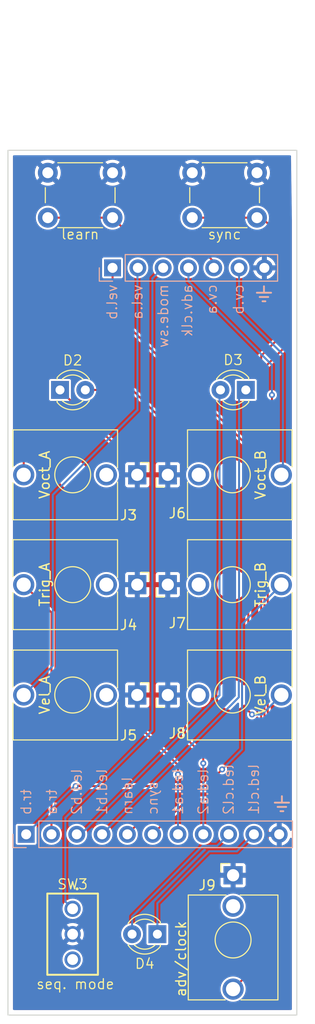
<source format=kicad_pcb>
(kicad_pcb (version 20240108) (generator "pcbnew") (generator_version "8.0")
  (layers (0 "F.Cu" signal) (31 "B.Cu" signal) (34 "B.Paste" user) (35 "F.Paste" user) (36 "B.SilkS" user "B.Silkscreen") (37 "F.SilkS" user "F.Silkscreen") (38 "B.Mask" user) (39 "F.Mask" user) (44 "Edge.Cuts" user))
  (net 0 "")
  (net 1 "GND")
  (net 2 "/IO Control PCB/led_a1_f")
  (net 3 "/IO Control PCB/led_a2_f")
  (net 4 "/IO Control PCB/led_b1_f")
  (net 5 "/IO Control PCB/led_b2_f")
  (net 6 "/IO Control PCB/led_cl2_f")
  (net 8 "/IO Control PCB/voct_a_f")
  (net 10 "/IO Control PCB/trig_a_f")
  (net 12 "/IO Control PCB/vel_a_f")
  (net 14 "/IO Control PCB/voct_b_f")
  (net 15 "/IO Control PCB/trig_b_f")
  (net 17 "/IO Control PCB/vel_b_f")
  (net 20 "/IO Control PCB/adv_clock_f")
  (net 21 "/IO Control PCB/led_cl1_f")
  (net 22 "/IO Control PCB/seq_mode_sw")
  (net 23 "/IO Control PCB/learn_sw_f")
  (net 24 "/IO Control PCB/sync_sw_f")
  (footprint "LED_THT:LED_D3.0mm_Clear" (layer "F.Cu") (at 75.705 74.7 180)
    (property "Reference" "D3" (at 1.270001 3 0) (layer "F.SilkS") (effects (font (thickness 0.125))))
    (property "Value" "LED_B")
    (fp_line (start -0.29 1.08) (end -0.29 1.236) (stroke (width 0.12)) (layer "F.SilkS"))
    (fp_line (start -0.29 -1.236) (end -0.29 -1.08) (stroke (width 0.12)) (layer "F.SilkS"))
    (fp_arc (start 2.942335 1.078608) (mid 1.366487 1.987659) (end -0.29 1.235516) (stroke (width 0.12)) (layer "F.SilkS"))
    (fp_arc (start 2.31113 1.079837) (mid 1.270117 1.5) (end 0.229039 1.08) (stroke (width 0.12)) (layer "F.SilkS"))
    (fp_arc (start 0.229039 -1.08) (mid 1.270117 -1.5) (end 2.31113 -1.079837) (stroke (width 0.12)) (layer "F.SilkS"))
    (fp_arc (start -0.29 -1.235516) (mid 1.366487 -1.987659) (end 2.942335 -1.078608) (stroke (width 0.12)) (layer "F.SilkS"))
    (pad "1" thru_hole rect (at 0 0 180) (size 1.8 1.8) (drill 0.9) (layers "*.Cu" "*.Mask") (net 4 "/IO Control PCB/led_b1_f"))
    (pad "2" thru_hole circle (at 2.54 0 180) (size 1.8 1.8) (drill 0.9) (layers "*.Cu" "*.Mask") (net 5 "/IO Control PCB/led_b2_f"))
  )
  (footprint "WeirdVibes:Thonkiconn" (layer "F.Cu") (at 67.875 83.2 90)
    (property "Reference" "J6" (at -3.85 0.955 180) (layer "F.SilkS"))
    (property "Value" "Voct_B" (at 0 9.3 90) (layer "F.SilkS"))
    (fp_line (start -1.23 -1.17) (end -0.37 -1.17) (stroke (width 0.12)) (layer "F.SilkS"))
    (fp_line (start -1.23 -1.17) (end -1.23 -0.37) (stroke (width 0.12)) (layer "F.SilkS"))
    (fp_line (start 4.5 1.98) (end 0.72 1.98) (stroke (width 0.12)) (layer "F.SilkS"))
    (fp_line (start 4.5 1.98) (end 4.5 12.48) (stroke (width 0.12)) (layer "F.SilkS"))
    (fp_line (start -0.72 1.98) (end -4.5 1.98) (stroke (width 0.12)) (layer "F.SilkS"))
    (fp_line (start -4.5 1.98) (end -4.5 12.48) (stroke (width 0.12)) (layer "F.SilkS"))
    (fp_line (start 4.5 12.48) (end 0.8 12.48) (stroke (width 0.12)) (layer "F.SilkS"))
    (fp_line (start -0.8 12.48) (end -4.5 12.48) (stroke (width 0.12)) (layer "F.SilkS"))
    (fp_circle (center 0 6.48) (end 1.8 6.48) (stroke (width 0.12)) (fill none) (layer "F.SilkS"))
    (pad "S" thru_hole rect (at 0 0 270) (size 1.93 1.83) (drill 1.22) (layers "*.Cu" "*.Mask") (net 1 "GND"))
    (pad "T" thru_hole circle (at 0 11.4 270) (size 2.13 2.13) (drill 1.43) (layers "*.Cu" "*.Mask") (net 14 "/IO Control PCB/voct_b_f"))
    (pad "TN" thru_hole circle (at 0 3.1 270) (size 2.13 2.13) (drill 1.42) (layers "*.Cu" "*.Mask"))
    (zone (net 0) (net_name "") (layer "F.Cu") (connect_pads (clearance 0)) (min_thickness 0.254)
      (keepout (tracks not_allowed) (vias not_allowed) (pads not_allowed) (copperpour not_allowed) (footprints not_allowed))
      (fill (thermal_gap 0.508) (thermal_bridge_width 0.508))
      (polygon (pts (xy 74.355 81.694859) (xy 74.109171 81.71507) (xy 73.869945 81.775159) (xy 73.643744 81.873514) (xy 73.436645 82.007492) (xy 73.25421 82.173496) (xy 73.101336 82.367068) (xy 72.982131 82.583008) (xy 72.899794 82.815518) (xy 72.856539 83.058354) (xy 72.853525 83.304993) (xy 72.890835 83.548813) (xy 72.967466 83.783266) (xy 73.08136 84.002054) (xy 73.229458 84.199303) (xy 73.407784 84.369714) (xy 73.611548 84.508712) (xy 73.835278 84.612564) (xy 74.072965 84.678481) (xy 74.318226 84.704692) (xy 74.564475 84.690493) (xy 74.805099 84.636266) (xy 75.033634 84.543468) (xy 75.243945 84.414589) (xy 75.430382 84.253092) (xy 75.587939 84.063313) (xy 75.712385 83.85035) (xy 75.800377 83.619921) (xy 75.849553 83.378215) (xy 75.858592 83.131722) (xy 75.82725 82.887064) (xy 75.75637 82.650809) (xy 75.647856 82.429303) (xy 75.504621 82.228495) (xy 75.330512 82.053777) (xy 75.130205 81.909842) (xy 74.909079 81.800555) (xy 74.673074 81.728851) (xy 74.428526 81.696656)))
    )
  )
  (footprint "Button_Switch_THT:SW_PUSH_6mm_H8mm" (layer "F.Cu") (at 55.83 52.95)
    (property "Reference" "SW2" (hide yes))
    (property "Value" "midi learn")
    (fp_line (start -0.25 1.5) (end -0.25 3) (stroke (width 0.12)) (layer "F.SilkS"))
    (fp_line (start 1 5.5) (end 5.5 5.5) (stroke (width 0.12)) (layer "F.SilkS"))
    (fp_line (start 5.5 -1) (end 1 -1) (stroke (width 0.12)) (layer "F.SilkS"))
    (fp_line (start 6.75 3) (end 6.75 1.5) (stroke (width 0.12)) (layer "F.SilkS"))
    (pad "1" thru_hole circle (at 0 0 90) (size 2 2) (drill 1.1) (layers "*.Cu" "*.Mask") (net 1 "GND"))
    (pad "1" thru_hole circle (at 6.5 0 90) (size 2 2) (drill 1.1) (layers "*.Cu" "*.Mask") (net 1 "GND"))
    (pad "2" thru_hole circle (at 0 4.5 90) (size 2 2) (drill 1.1) (layers "*.Cu" "*.Mask") (net 23 "/IO Control PCB/learn_sw_f"))
    (pad "2" thru_hole circle (at 6.5 4.5 90) (size 2 2) (drill 1.1) (layers "*.Cu" "*.Mask") (net 23 "/IO Control PCB/learn_sw_f"))
  )
  (footprint "WeirdVibes:Thonkiconn" (layer "F.Cu") (at 74.43 123.3)
    (property "Reference" "J9" (at -2.6 1 0) (layer "F.SilkS"))
    (property "Value" "adv/clock" (at -5.225 8.375 90) (layer "F.SilkS"))
    (fp_line (start -4.5 1.98) (end -4.5 12.48) (stroke (width 0.12)) (layer "F.SilkS"))
    (fp_line (start -1.23 -1.17) (end -1.23 -0.37) (stroke (width 0.12)) (layer "F.SilkS"))
    (fp_line (start -1.23 -1.17) (end -0.37 -1.17) (stroke (width 0.12)) (layer "F.SilkS"))
    (fp_line (start -0.8 12.48) (end -4.5 12.48) (stroke (width 0.12)) (layer "F.SilkS"))
    (fp_line (start -0.72 1.98) (end -4.5 1.98) (stroke (width 0.12)) (layer "F.SilkS"))
    (fp_line (start 4.5 1.98) (end 0.72 1.98) (stroke (width 0.12)) (layer "F.SilkS"))
    (fp_line (start 4.5 1.98) (end 4.5 12.48) (stroke (width 0.12)) (layer "F.SilkS"))
    (fp_line (start 4.5 12.48) (end 0.8 12.48) (stroke (width 0.12)) (layer "F.SilkS"))
    (fp_circle (center 0 6.48) (end 1.8 6.48) (stroke (width 0.12)) (fill none) (layer "F.SilkS"))
    (pad "S" thru_hole rect (at 0 0 180) (size 1.93 1.83) (drill 1.22) (layers "*.Cu" "*.Mask") (net 1 "GND"))
    (pad "T" thru_hole circle (at 0 11.4 180) (size 2.13 2.13) (drill 1.43) (layers "*.Cu" "*.Mask") (net 20 "/IO Control PCB/adv_clock_f"))
    (pad "TN" thru_hole circle (at 0 3.1 180) (size 2.13 2.13) (drill 1.42) (layers "*.Cu" "*.Mask"))
    (zone (net 0) (net_name "") (layer "F.Cu") (connect_pads (clearance 0)) (min_thickness 0.254)
      (keepout (tracks not_allowed) (vias not_allowed) (pads not_allowed) (copperpour not_allowed) (footprints not_allowed))
      (fill (thermal_gap 0.508) (thermal_bridge_width 0.508))
      (polygon (pts (xy 75.935141 129.78) (xy 75.91493 129.534171) (xy 75.854841 129.294945) (xy 75.756486 129.068744) (xy 75.622508 128.861645) (xy 75.456504 128.67921) (xy 75.262932 128.526336) (xy 75.046992 128.407131) (xy 74.814482 128.324794) (xy 74.571646 128.281539) (xy 74.325007 128.278525) (xy 74.081187 128.315835) (xy 73.846734 128.392466) (xy 73.627946 128.50636) (xy 73.430697 128.654458) (xy 73.260286 128.832784) (xy 73.121288 129.036548) (xy 73.017436 129.260278) (xy 72.951519 129.497965) (xy 72.925308 129.743226) (xy 72.939507 129.989475) (xy 72.993734 130.230099) (xy 73.086532 130.458634) (xy 73.215411 130.668945) (xy 73.376908 130.855382) (xy 73.566687 131.012939) (xy 73.77965 131.137385) (xy 74.010079 131.225377) (xy 74.251785 131.274553) (xy 74.498278 131.283592) (xy 74.742936 131.25225) (xy 74.979191 131.18137) (xy 75.200697 131.072856) (xy 75.401505 130.929621) (xy 75.576223 130.755512) (xy 75.720158 130.555205) (xy 75.829445 130.334079) (xy 75.901149 130.098074) (xy 75.933344 129.853526)))
    )
  )
  (footprint "WeirdVibes:Thonkiconn" (layer "F.Cu") (at 64.81 105.249999 -90)
    (property "Reference" "J5" (at 4.05 0.88 0) (layer "F.SilkS"))
    (property "Value" "Vel_A" (at 0 9.3 -90) (layer "F.SilkS"))
    (fp_line (start -0.8 12.48) (end -4.5 12.48) (stroke (width 0.12)) (layer "F.SilkS"))
    (fp_line (start 4.5 12.48) (end 0.8 12.48) (stroke (width 0.12)) (layer "F.SilkS"))
    (fp_line (start -4.5 1.98) (end -4.5 12.48) (stroke (width 0.12)) (layer "F.SilkS"))
    (fp_line (start -0.72 1.98) (end -4.5 1.98) (stroke (width 0.12)) (layer "F.SilkS"))
    (fp_line (start 4.5 1.98) (end 4.5 12.48) (stroke (width 0.12)) (layer "F.SilkS"))
    (fp_line (start 4.5 1.98) (end 0.72 1.98) (stroke (width 0.12)) (layer "F.SilkS"))
    (fp_line (start -1.23 -1.17) (end -1.23 -0.37) (stroke (width 0.12)) (layer "F.SilkS"))
    (fp_line (start -1.23 -1.17) (end -0.37 -1.17) (stroke (width 0.12)) (layer "F.SilkS"))
    (fp_circle (center 0 6.48) (end 1.8 6.48) (stroke (width 0.12)) (fill none) (layer "F.SilkS"))
    (pad "S" thru_hole rect (at 0 0 90) (size 1.93 1.83) (drill 1.22) (layers "*.Cu" "*.Mask") (net 1 "GND"))
    (pad "T" thru_hole circle (at 0 11.4 90) (size 2.13 2.13) (drill 1.43) (layers "*.Cu" "*.Mask") (net 12 "/IO Control PCB/vel_a_f"))
    (pad "TN" thru_hole circle (at 0 3.1 90) (size 2.13 2.13) (drill 1.42) (layers "*.Cu" "*.Mask"))
    (zone (net 0) (net_name "") (layer "F.Cu") (connect_pads (clearance 0)) (min_thickness 0.254)
      (keepout (tracks not_allowed) (vias not_allowed) (pads not_allowed) (copperpour not_allowed) (footprints not_allowed))
      (fill (thermal_gap 0.508) (thermal_bridge_width 0.508))
      (polygon (pts (xy 58.33 106.75514) (xy 58.575829 106.734929) (xy 58.815055 106.67484) (xy 59.041256 106.576485) (xy 59.248355 106.442507) (xy 59.43079 106.276503) (xy 59.583664 106.082931) (xy 59.702869 105.866991) (xy 59.785206 105.634481) (xy 59.828461 105.391645) (xy 59.831475 105.145006) (xy 59.794165 104.901186) (xy 59.717534 104.666733) (xy 59.60364 104.447945) (xy 59.455542 104.250696) (xy 59.277216 104.080285) (xy 59.073452 103.941287) (xy 58.849722 103.837435) (xy 58.612035 103.771518) (xy 58.366774 103.745307) (xy 58.120525 103.759506) (xy 57.879901 103.813733) (xy 57.651366 103.906531) (xy 57.441055 104.03541) (xy 57.254618 104.196907) (xy 57.097061 104.386686) (xy 56.972615 104.599649) (xy 56.884623 104.830078) (xy 56.835447 105.071784) (xy 56.826408 105.318277) (xy 56.85775 105.562935) (xy 56.92863 105.79919) (xy 57.037144 106.020696) (xy 57.180379 106.221504) (xy 57.354488 106.396222) (xy 57.554795 106.540157) (xy 57.775921 106.649444) (xy 58.011926 106.721148) (xy 58.256474 106.753343)))
    )
  )
  (footprint "WeirdVibes_Eurorack:submini" (layer "F.Cu") (at 58.320193 126.66 180)
    (property "Reference" "SW3" (at 0 2.46 0) (layer "F.SilkS") (effects (font (thickness 0.125))))
    (property "Value" "seq. mode" (at -0.275 -7.54 0) (layer "F.SilkS") (effects (font (thickness 0.125))))
    (fp_line (start 2.54 1.525) (end -2.54 1.525) (stroke (width 0.2)) (layer "F.SilkS"))
    (fp_line (start 2.54 -6.605) (end 2.54 1.525) (stroke (width 0.2)) (layer "F.SilkS"))
    (fp_line (start -0.4 2) (end -0.4 2) (stroke (width 0.2)) (layer "F.SilkS"))
    (fp_line (start -0.5 2) (end -0.5 2) (stroke (width 0.2)) (layer "F.SilkS"))
    (fp_line (start -2.54 1.525) (end -2.54 -6.605) (stroke (width 0.2)) (layer "F.SilkS"))
    (fp_line (start -2.54 -6.605) (end 2.54 -6.605) (stroke (width 0.2)) (layer "F.SilkS"))
    (fp_arc (start -0.4 2) (mid -0.45 2.05) (end -0.5 2) (stroke (width 0.2)) (layer "F.SilkS"))
    (fp_arc (start -0.5 2) (mid -0.45 1.95) (end -0.4 2) (stroke (width 0.2)) (layer "F.SilkS"))
    (pad "1" thru_hole circle (at 0 0 180) (size 1.635 1.635) (drill 1.09) (layers "*.Cu" "*.Mask") (net 22 "/IO Control PCB/seq_mode_sw"))
    (pad "2" thru_hole circle (at 0 -2.54 180) (size 1.635 1.635) (drill 1.09) (layers "*.Cu" "*.Mask") (net 1 "GND"))
    (pad "3" thru_hole circle (at 0 -5.08 180) (size 1.635 1.635) (drill 1.09) (layers "*.Cu" "*.Mask"))
  )
  (footprint "Button_Switch_THT:SW_PUSH_6mm_H8mm" (layer "F.Cu") (at 70.33 52.95)
    (property "Reference" "SW1" (hide yes))
    (property "Value" "re-sync")
    (fp_line (start -0.25 1.5) (end -0.25 3) (stroke (width 0.12)) (layer "F.SilkS"))
    (fp_line (start 1 5.5) (end 5.5 5.5) (stroke (width 0.12)) (layer "F.SilkS"))
    (fp_line (start 5.5 -1) (end 1 -1) (stroke (width 0.12)) (layer "F.SilkS"))
    (fp_line (start 6.75 3) (end 6.75 1.5) (stroke (width 0.12)) (layer "F.SilkS"))
    (pad "1" thru_hole circle (at 0 0 90) (size 2 2) (drill 1.1) (layers "*.Cu" "*.Mask") (net 1 "GND"))
    (pad "1" thru_hole circle (at 6.5 0 90) (size 2 2) (drill 1.1) (layers "*.Cu" "*.Mask") (net 1 "GND"))
    (pad "2" thru_hole circle (at 0 4.5 90) (size 2 2) (drill 1.1) (layers "*.Cu" "*.Mask") (net 24 "/IO Control PCB/sync_sw_f"))
    (pad "2" thru_hole circle (at 6.5 4.5 90) (size 2 2) (drill 1.1) (layers "*.Cu" "*.Mask") (net 24 "/IO Control PCB/sync_sw_f"))
  )
  (footprint "WeirdVibes:Thonkiconn" (layer "F.Cu") (at 67.875 105.249999 90)
    (property "Reference" "J8" (at -3.85 0.955 180) (layer "F.SilkS"))
    (property "Value" "Vel_B" (at 0 9.3 90) (layer "F.SilkS"))
    (fp_line (start -1.23 -1.17) (end -0.37 -1.17) (stroke (width 0.12)) (layer "F.SilkS"))
    (fp_line (start -1.23 -1.17) (end -1.23 -0.37) (stroke (width 0.12)) (layer "F.SilkS"))
    (fp_line (start 4.5 1.98) (end 0.72 1.98) (stroke (width 0.12)) (layer "F.SilkS"))
    (fp_line (start 4.5 1.98) (end 4.5 12.48) (stroke (width 0.12)) (layer "F.SilkS"))
    (fp_line (start -0.72 1.98) (end -4.5 1.98) (stroke (width 0.12)) (layer "F.SilkS"))
    (fp_line (start -4.5 1.98) (end -4.5 12.48) (stroke (width 0.12)) (layer "F.SilkS"))
    (fp_line (start 4.5 12.48) (end 0.8 12.48) (stroke (width 0.12)) (layer "F.SilkS"))
    (fp_line (start -0.8 12.48) (end -4.5 12.48) (stroke (width 0.12)) (layer "F.SilkS"))
    (fp_circle (center 0 6.48) (end 1.8 6.48) (stroke (width 0.12)) (fill none) (layer "F.SilkS"))
    (pad "S" thru_hole rect (at 0 0 270) (size 1.93 1.83) (drill 1.22) (layers "*.Cu" "*.Mask") (net 1 "GND"))
    (pad "T" thru_hole circle (at 0 11.4 270) (size 2.13 2.13) (drill 1.43) (layers "*.Cu" "*.Mask") (net 17 "/IO Control PCB/vel_b_f"))
    (pad "TN" thru_hole circle (at 0 3.1 270) (size 2.13 2.13) (drill 1.42) (layers "*.Cu" "*.Mask"))
    (zone (net 0) (net_name "") (layer "F.Cu") (connect_pads (clearance 0)) (min_thickness 0.254)
      (keepout (tracks not_allowed) (vias not_allowed) (pads not_allowed) (copperpour not_allowed) (footprints not_allowed))
      (fill (thermal_gap 0.508) (thermal_bridge_width 0.508))
      (polygon (pts (xy 74.355 103.744858) (xy 74.109171 103.765069) (xy 73.869945 103.825158) (xy 73.643744 103.923513) (xy 73.436645 104.057491) (xy 73.25421 104.223495) (xy 73.101336 104.417067) (xy 72.982131 104.633007) (xy 72.899794 104.865517) (xy 72.856539 105.108353) (xy 72.853525 105.354992) (xy 72.890835 105.598812) (xy 72.967466 105.833265) (xy 73.08136 106.052053) (xy 73.229458 106.249302) (xy 73.407784 106.419713) (xy 73.611548 106.558711) (xy 73.835278 106.662563) (xy 74.072965 106.72848) (xy 74.318226 106.754691) (xy 74.564475 106.740492) (xy 74.805099 106.686265) (xy 75.033634 106.593467) (xy 75.243945 106.464588) (xy 75.430382 106.303091) (xy 75.587939 106.113312) (xy 75.712385 105.900349) (xy 75.800377 105.66992) (xy 75.849553 105.428214) (xy 75.858592 105.181721) (xy 75.82725 104.937063) (xy 75.75637 104.700808) (xy 75.647856 104.479302) (xy 75.504621 104.278494) (xy 75.330512 104.103776) (xy 75.130205 103.959841) (xy 74.909079 103.850554) (xy 74.673074 103.77885) (xy 74.428526 103.746655)))
    )
  )
  (footprint "LED_THT:LED_D3.0mm_Clear" (layer "F.Cu") (at 66.83 129.2 180)
    (property "Reference" "D4" (at 1.270001 -2.96 0) (layer "F.SilkS") (effects (font (thickness 0.125))))
    (property "Value" "LED_clock")
    (fp_line (start -0.29 1.08) (end -0.29 1.236) (stroke (width 0.12)) (layer "F.SilkS"))
    (fp_line (start -0.29 -1.236) (end -0.29 -1.08) (stroke (width 0.12)) (layer "F.SilkS"))
    (fp_arc (start 2.942335 1.078608) (mid 1.366487 1.987659) (end -0.29 1.235516) (stroke (width 0.12)) (layer "F.SilkS"))
    (fp_arc (start 2.31113 1.079837) (mid 1.270117 1.5) (end 0.229039 1.08) (stroke (width 0.12)) (layer "F.SilkS"))
    (fp_arc (start 0.229039 -1.08) (mid 1.270117 -1.5) (end 2.31113 -1.079837) (stroke (width 0.12)) (layer "F.SilkS"))
    (fp_arc (start -0.29 -1.235516) (mid 1.366487 -1.987659) (end 2.942335 -1.078608) (stroke (width 0.12)) (layer "F.SilkS"))
    (pad "1" thru_hole rect (at 0 0 180) (size 1.8 1.8) (drill 0.9) (layers "*.Cu" "*.Mask") (net 21 "/IO Control PCB/led_cl1_f"))
    (pad "2" thru_hole circle (at 2.54 0 180) (size 1.8 1.8) (drill 0.9) (layers "*.Cu" "*.Mask") (net 6 "/IO Control PCB/led_cl2_f"))
  )
  (footprint "LED_THT:LED_D3.0mm_Clear" (layer "F.Cu") (at 57.055 74.7)
    (property "Reference" "D2" (at 1.27 -2.96 0) (layer "F.SilkS") (effects (font (thickness 0.125))))
    (property "Value" "LED_A")
    (fp_line (start -0.29 -1.236) (end -0.29 -1.08) (stroke (width 0.12)) (layer "F.SilkS"))
    (fp_line (start -0.29 1.08) (end -0.29 1.236) (stroke (width 0.12)) (layer "F.SilkS"))
    (fp_arc (start -0.29 -1.235516) (mid 1.366487 -1.987659) (end 2.942335 -1.078608) (stroke (width 0.12)) (layer "F.SilkS"))
    (fp_arc (start 0.229039 -1.08) (mid 1.270117 -1.5) (end 2.31113 -1.079837) (stroke (width 0.12)) (layer "F.SilkS"))
    (fp_arc (start 2.31113 1.079837) (mid 1.270117 1.5) (end 0.229039 1.08) (stroke (width 0.12)) (layer "F.SilkS"))
    (fp_arc (start 2.942335 1.078608) (mid 1.366487 1.987659) (end -0.29 1.235516) (stroke (width 0.12)) (layer "F.SilkS"))
    (pad "1" thru_hole rect (at 0 0) (size 1.8 1.8) (drill 0.9) (layers "*.Cu" "*.Mask") (net 2 "/IO Control PCB/led_a1_f"))
    (pad "2" thru_hole circle (at 2.54 0) (size 1.8 1.8) (drill 0.9) (layers "*.Cu" "*.Mask") (net 3 "/IO Control PCB/led_a2_f"))
  )
  (footprint "WeirdVibes:Thonkiconn" (layer "F.Cu") (at 64.81 83.2 -90)
    (property "Reference" "J3" (at 4.05 0.88 0) (layer "F.SilkS"))
    (property "Value" "Voct_A" (at 0 9.3 -90) (layer "F.SilkS"))
    (fp_line (start -0.8 12.48) (end -4.5 12.48) (stroke (width 0.12)) (layer "F.SilkS"))
    (fp_line (start 4.5 12.48) (end 0.8 12.48) (stroke (width 0.12)) (layer "F.SilkS"))
    (fp_line (start -4.5 1.98) (end -4.5 12.48) (stroke (width 0.12)) (layer "F.SilkS"))
    (fp_line (start -0.72 1.98) (end -4.5 1.98) (stroke (width 0.12)) (layer "F.SilkS"))
    (fp_line (start 4.5 1.98) (end 4.5 12.48) (stroke (width 0.12)) (layer "F.SilkS"))
    (fp_line (start 4.5 1.98) (end 0.72 1.98) (stroke (width 0.12)) (layer "F.SilkS"))
    (fp_line (start -1.23 -1.17) (end -1.23 -0.37) (stroke (width 0.12)) (layer "F.SilkS"))
    (fp_line (start -1.23 -1.17) (end -0.37 -1.17) (stroke (width 0.12)) (layer "F.SilkS"))
    (fp_circle (center 0 6.48) (end 1.8 6.48) (stroke (width 0.12)) (fill none) (layer "F.SilkS"))
    (pad "S" thru_hole rect (at 0 0 90) (size 1.93 1.83) (drill 1.22) (layers "*.Cu" "*.Mask") (net 1 "GND"))
    (pad "T" thru_hole circle (at 0 11.4 90) (size 2.13 2.13) (drill 1.43) (layers "*.Cu" "*.Mask") (net 8 "/IO Control PCB/voct_a_f"))
    (pad "TN" thru_hole circle (at 0 3.1 90) (size 2.13 2.13) (drill 1.42) (layers "*.Cu" "*.Mask"))
    (zone (net 0) (net_name "") (layer "F.Cu") (connect_pads (clearance 0)) (min_thickness 0.254)
      (keepout (tracks not_allowed) (vias not_allowed) (pads not_allowed) (copperpour not_allowed) (footprints not_allowed))
      (fill (thermal_gap 0.508) (thermal_bridge_width 0.508))
      (polygon (pts (xy 58.33 84.705141) (xy 58.575829 84.68493) (xy 58.815055 84.624841) (xy 59.041256 84.526486) (xy 59.248355 84.392508) (xy 59.43079 84.226504) (xy 59.583664 84.032932) (xy 59.702869 83.816992) (xy 59.785206 83.584482) (xy 59.828461 83.341646) (xy 59.831475 83.095007) (xy 59.794165 82.851187) (xy 59.717534 82.616734) (xy 59.60364 82.397946) (xy 59.455542 82.200697) (xy 59.277216 82.030286) (xy 59.073452 81.891288) (xy 58.849722 81.787436) (xy 58.612035 81.721519) (xy 58.366774 81.695308) (xy 58.120525 81.709507) (xy 57.879901 81.763734) (xy 57.651366 81.856532) (xy 57.441055 81.985411) (xy 57.254618 82.146908) (xy 57.097061 82.336687) (xy 56.972615 82.54965) (xy 56.884623 82.780079) (xy 56.835447 83.021785) (xy 56.826408 83.268278) (xy 56.85775 83.512936) (xy 56.92863 83.749191) (xy 57.037144 83.970697) (xy 57.180379 84.171505) (xy 57.354488 84.346223) (xy 57.554795 84.490158) (xy 57.775921 84.599445) (xy 58.011926 84.671149) (xy 58.256474 84.703344)))
    )
  )
  (footprint "WeirdVibes:Thonkiconn" (layer "F.Cu") (at 64.81 94.2 -90)
    (property "Reference" "J4" (at 4.05 0.88 0) (layer "F.SilkS"))
    (property "Value" "Trig_A" (at 0 9.3 -90) (layer "F.SilkS"))
    (fp_line (start -0.8 12.48) (end -4.5 12.48) (stroke (width 0.12)) (layer "F.SilkS"))
    (fp_line (start 4.5 12.48) (end 0.8 12.48) (stroke (width 0.12)) (layer "F.SilkS"))
    (fp_line (start -4.5 1.98) (end -4.5 12.48) (stroke (width 0.12)) (layer "F.SilkS"))
    (fp_line (start -0.72 1.98) (end -4.5 1.98) (stroke (width 0.12)) (layer "F.SilkS"))
    (fp_line (start 4.5 1.98) (end 4.5 12.48) (stroke (width 0.12)) (layer "F.SilkS"))
    (fp_line (start 4.5 1.98) (end 0.72 1.98) (stroke (width 0.12)) (layer "F.SilkS"))
    (fp_line (start -1.23 -1.17) (end -1.23 -0.37) (stroke (width 0.12)) (layer "F.SilkS"))
    (fp_line (start -1.23 -1.17) (end -0.37 -1.17) (stroke (width 0.12)) (layer "F.SilkS"))
    (fp_circle (center 0 6.48) (end 1.8 6.48) (stroke (width 0.12)) (fill none) (layer "F.SilkS"))
    (pad "S" thru_hole rect (at 0 0 90) (size 1.93 1.83) (drill 1.22) (layers "*.Cu" "*.Mask") (net 1 "GND"))
    (pad "T" thru_hole circle (at 0 11.4 90) (size 2.13 2.13) (drill 1.43) (layers "*.Cu" "*.Mask") (net 10 "/IO Control PCB/trig_a_f"))
    (pad "TN" thru_hole circle (at 0 3.1 90) (size 2.13 2.13) (drill 1.42) (layers "*.Cu" "*.Mask"))
    (zone (net 0) (net_name "") (layer "F.Cu") (connect_pads (clearance 0)) (min_thickness 0.254)
      (keepout (tracks not_allowed) (vias not_allowed) (pads not_allowed) (copperpour not_allowed) (footprints not_allowed))
      (fill (thermal_gap 0.508) (thermal_bridge_width 0.508))
      (polygon (pts (xy 58.33 95.705141) (xy 58.575829 95.68493) (xy 58.815055 95.624841) (xy 59.041256 95.526486) (xy 59.248355 95.392508) (xy 59.43079 95.226504) (xy 59.583664 95.032932) (xy 59.702869 94.816992) (xy 59.785206 94.584482) (xy 59.828461 94.341646) (xy 59.831475 94.095007) (xy 59.794165 93.851187) (xy 59.717534 93.616734) (xy 59.60364 93.397946) (xy 59.455542 93.200697) (xy 59.277216 93.030286) (xy 59.073452 92.891288) (xy 58.849722 92.787436) (xy 58.612035 92.721519) (xy 58.366774 92.695308) (xy 58.120525 92.709507) (xy 57.879901 92.763734) (xy 57.651366 92.856532) (xy 57.441055 92.985411) (xy 57.254618 93.146908) (xy 57.097061 93.336687) (xy 56.972615 93.54965) (xy 56.884623 93.780079) (xy 56.835447 94.021785) (xy 56.826408 94.268278) (xy 56.85775 94.512936) (xy 56.92863 94.749191) (xy 57.037144 94.970697) (xy 57.180379 95.171505) (xy 57.354488 95.346223) (xy 57.554795 95.490158) (xy 57.775921 95.599445) (xy 58.011926 95.671149) (xy 58.256474 95.703344)))
    )
  )
  (footprint "WeirdVibes:Thonkiconn" (layer "F.Cu") (at 67.875 94.2 90)
    (property "Reference" "J7" (at -3.85 0.955 180) (layer "F.SilkS"))
    (property "Value" "Trig_B" (at 0 9.3 90) (layer "F.SilkS"))
    (fp_line (start -1.23 -1.17) (end -0.37 -1.17) (stroke (width 0.12)) (layer "F.SilkS"))
    (fp_line (start -1.23 -1.17) (end -1.23 -0.37) (stroke (width 0.12)) (layer "F.SilkS"))
    (fp_line (start 4.5 1.98) (end 0.72 1.98) (stroke (width 0.12)) (layer "F.SilkS"))
    (fp_line (start 4.5 1.98) (end 4.5 12.48) (stroke (width 0.12)) (layer "F.SilkS"))
    (fp_line (start -0.72 1.98) (end -4.5 1.98) (stroke (width 0.12)) (layer "F.SilkS"))
    (fp_line (start -4.5 1.98) (end -4.5 12.48) (stroke (width 0.12)) (layer "F.SilkS"))
    (fp_line (start 4.5 12.48) (end 0.8 12.48) (stroke (width 0.12)) (layer "F.SilkS"))
    (fp_line (start -0.8 12.48) (end -4.5 12.48) (stroke (width 0.12)) (layer "F.SilkS"))
    (fp_circle (center 0 6.48) (end 1.8 6.48) (stroke (width 0.12)) (fill none) (layer "F.SilkS"))
    (pad "S" thru_hole rect (at 0 0 270) (size 1.93 1.83) (drill 1.22) (layers "*.Cu" "*.Mask") (net 1 "GND"))
    (pad "T" thru_hole circle (at 0 11.4 270) (size 2.13 2.13) (drill 1.43) (layers "*.Cu" "*.Mask") (net 15 "/IO Control PCB/trig_b_f"))
    (pad "TN" thru_hole circle (at 0 3.1 270) (size 2.13 2.13) (drill 1.42) (layers "*.Cu" "*.Mask"))
    (zone (net 0) (net_name "") (layer "F.Cu") (connect_pads (clearance 0)) (min_thickness 0.254)
      (keepout (tracks not_allowed) (vias not_allowed) (pads not_allowed) (copperpour not_allowed) (footprints not_allowed))
      (fill (thermal_gap 0.508) (thermal_bridge_width 0.508))
      (polygon (pts (xy 74.355 92.694859) (xy 74.109171 92.71507) (xy 73.869945 92.775159) (xy 73.643744 92.873514) (xy 73.436645 93.007492) (xy 73.25421 93.173496) (xy 73.101336 93.367068) (xy 72.982131 93.583008) (xy 72.899794 93.815518) (xy 72.856539 94.058354) (xy 72.853525 94.304993) (xy 72.890835 94.548813) (xy 72.967466 94.783266) (xy 73.08136 95.002054) (xy 73.229458 95.199303) (xy 73.407784 95.369714) (xy 73.611548 95.508712) (xy 73.835278 95.612564) (xy 74.072965 95.678481) (xy 74.318226 95.704692) (xy 74.564475 95.690493) (xy 74.805099 95.636266) (xy 75.033634 95.543468) (xy 75.243945 95.414589) (xy 75.430382 95.253092) (xy 75.587939 95.063313) (xy 75.712385 94.85035) (xy 75.800377 94.619921) (xy 75.849553 94.378215) (xy 75.858592 94.131722) (xy 75.82725 93.887064) (xy 75.75637 93.650809) (xy 75.647856 93.429303) (xy 75.504621 93.228495) (xy 75.330512 93.053777) (xy 75.130205 92.909842) (xy 74.909079 92.800555) (xy 74.673074 92.728851) (xy 74.428526 92.696656)))
    )
  )
  (footprint "Connector_PinSocket_2.54mm:PinSocket_1x07_P2.54mm_Vertical" (layer "B.Cu") (at 62.33 62.475 -90)
    (property "Reference" "J14" (hide yes))
    (property "Value" "front top")
    (fp_line (start 1.33 1.33) (end 0 1.33) (stroke (width 0.12)) (layer "B.SilkS"))
    (fp_line (start 1.33 0) (end 1.33 1.33) (stroke (width 0.12)) (layer "B.SilkS"))
    (fp_line (start 1.33 -1.27) (end -1.33 -1.27) (stroke (width 0.12)) (layer "B.SilkS"))
    (fp_line (start -1.33 -16.57) (end -1.33 -1.27) (stroke (width 0.12)) (layer "B.SilkS"))
    (fp_line (start 1.33 -16.57) (end 1.33 -1.27) (stroke (width 0.12)) (layer "B.SilkS"))
    (fp_line (start 1.33 -16.57) (end -1.33 -16.57) (stroke (width 0.12)) (layer "B.SilkS"))
    (pad "1" thru_hole rect (at 0 0 270) (size 1.7 1.7) (drill 1) (layers "*.Cu" "*.Mask") (net 17 "/IO Control PCB/vel_b_f"))
    (pad "2" thru_hole oval (at 0 -2.54 270) (size 1.7 1.7) (drill 1) (layers "*.Cu" "*.Mask") (net 12 "/IO Control PCB/vel_a_f"))
    (pad "3" thru_hole oval (at 0 -5.08 270) (size 1.7 1.7) (drill 1) (layers "*.Cu" "*.Mask") (net 22 "/IO Control PCB/seq_mode_sw"))
    (pad "4" thru_hole oval (at 0 -7.62 270) (size 1.7 1.7) (drill 1) (layers "*.Cu" "*.Mask") (net 20 "/IO Control PCB/adv_clock_f"))
    (pad "5" thru_hole oval (at 0 -10.16 270) (size 1.7 1.7) (drill 1) (layers "*.Cu" "*.Mask") (net 8 "/IO Control PCB/voct_a_f"))
    (pad "6" thru_hole oval (at 0 -12.7 270) (size 1.7 1.7) (drill 1) (layers "*.Cu" "*.Mask") (net 14 "/IO Control PCB/voct_b_f"))
    (pad "7" thru_hole oval (at 0 -15.24 270) (size 1.7 1.7) (drill 1) (layers "*.Cu" "*.Mask") (net 1 "GND"))
  )
  (footprint "Connector_PinSocket_2.54mm:PinSocket_1x11_P2.54mm_Vertical" (layer "B.Cu") (at 53.657822 119.2 -90)
    (property "Reference" "J12" (hide yes))
    (property "Value" "front bottom")
    (fp_line (start 1.33 1.33) (end 0 1.33) (stroke (width 0.12)) (layer "B.SilkS"))
    (fp_line (start 1.33 0) (end 1.33 1.33) (stroke (width 0.12)) (layer "B.SilkS"))
    (fp_line (start 1.33 -1.27) (end -1.33 -1.27) (stroke (width 0.12)) (layer "B.SilkS"))
    (fp_line (start -1.33 -26.73) (end -1.33 -1.27) (stroke (width 0.12)) (layer "B.SilkS"))
    (fp_line (start 1.33 -26.73) (end 1.33 -1.27) (stroke (width 0.12)) (layer "B.SilkS"))
    (fp_line (start 1.33 -26.73) (end -1.33 -26.73) (stroke (width 0.12)) (layer "B.SilkS"))
    (pad "1" thru_hole rect (at 0 0 270) (size 1.7 1.7) (drill 1) (layers "*.Cu" "*.Mask") (net 15 "/IO Control PCB/trig_b_f"))
    (pad "2" thru_hole oval (at 0 -2.54 270) (size 1.7 1.7) (drill 1) (layers "*.Cu" "*.Mask") (net 10 "/IO Control PCB/trig_a_f"))
    (pad "3" thru_hole oval (at 0 -5.08 270) (size 1.7 1.7) (drill 1) (layers "*.Cu" "*.Mask") (net 5 "/IO Control PCB/led_b2_f"))
    (pad "4" thru_hole oval (at 0 -7.62 270) (size 1.7 1.7) (drill 1) (layers "*.Cu" "*.Mask") (net 4 "/IO Control PCB/led_b1_f"))
    (pad "5" thru_hole oval (at 0 -10.16 270) (size 1.7 1.7) (drill 1) (layers "*.Cu" "*.Mask") (net 23 "/IO Control PCB/learn_sw_f"))
    (pad "6" thru_hole oval (at 0 -12.7 270) (size 1.7 1.7) (drill 1) (layers "*.Cu" "*.Mask") (net 24 "/IO Control PCB/sync_sw_f"))
    (pad "7" thru_hole oval (at 0 -15.24 270) (size 1.7 1.7) (drill 1) (layers "*.Cu" "*.Mask") (net 2 "/IO Control PCB/led_a1_f"))
    (pad "8" thru_hole oval (at 0 -17.78 270) (size 1.7 1.7) (drill 1) (layers "*.Cu" "*.Mask") (net 3 "/IO Control PCB/led_a2_f"))
    (pad "9" thru_hole oval (at 0 -20.32 270) (size 1.7 1.7) (drill 1) (layers "*.Cu" "*.Mask") (net 6 "/IO Control PCB/led_cl2_f"))
    (pad "10" thru_hole oval (at 0 -22.86 270) (size 1.7 1.7) (drill 1) (layers "*.Cu" "*.Mask") (net 21 "/IO Control PCB/led_cl1_f"))
    (pad "11" thru_hole oval (at 0 -25.4 270) (size 1.7 1.7) (drill 1) (layers "*.Cu" "*.Mask") (net 1 "GND"))
  )
  (gr_rect (start 51.83 50.7) (end 80.83 137.3) (stroke (width 0.1)) (fill none) (layer "Edge.Cuts"))
  (gr_text "cv.a" (at 72.289998 65.638095 90) (layer "B.SilkS") (effects (font (size 1 1) (thickness 0.125)) (justify mirror)))
  (gr_text "led.cl2" (at 73.977822 114.7 90) (layer "B.SilkS") (effects (font (size 1 1) (thickness 0.125)) (justify mirror)))
  (gr_text "learn" (at 63.817822 115.342857 90) (layer "B.SilkS") (effects (font (size 1 1) (thickness 0.125)) (justify mirror)))
  (gr_text "sync" (at 66.357822 115.580953 90) (layer "B.SilkS") (effects (font (size 1 1) (thickness 0.125)) (justify mirror)))
  (gr_text "vel.b" (at 62.29 65.9 90) (layer "B.SilkS") (effects (font (size 1 1) (thickness 0.125)) (justify mirror)))
  (gr_text "vel.a" (at 64.83 65.9 90) (layer "B.SilkS") (effects (font (size 1 1) (thickness 0.125)) (justify mirror)))
  (gr_text "adv.clk" (at 69.83 66.757143 90) (layer "B.SilkS") (effects (font (size 1 1) (thickness 0.125)) (justify mirror)))
  (gr_text "led.cl1" (at 76.517822 114.7 90) (layer "B.SilkS") (effects (font (size 1 1) (thickness 0.125)) (justify mirror)))
  (gr_text "⏚" (at 79.33 116.2 0) (layer "B.SilkS") (effects (font (size 1.5 1.5) (thickness 0.1875)) (justify mirror)))
  (gr_text "tr.a" (at 56.23 115.961905 90) (layer "B.SilkS") (effects (font (size 1 1) (thickness 0.125)) (justify mirror)))
  (gr_text "⏚" (at 77.53 65.138095 -0) (layer "B.SilkS") (effects (font (size 1.5 1.5) (thickness 0.1875)) (justify mirror)))
  (gr_text "mode.sw" (at 67.41 67.304762 90) (layer "B.SilkS") (effects (font (size 1 1) (thickness 0.125)) (justify mirror)))
  (gr_text "cv.b" (at 74.99 65.638095 90) (layer "B.SilkS") (effects (font (size 1 1) (thickness 0.125)) (justify mirror)))
  (gr_text "led.b1" (at 61.277822 114.938096 90) (layer "B.SilkS") (effects (font (size 1 1) (thickness 0.125)) (justify mirror)))
  (gr_text "led.a2" (at 71.437822 114.938096 90) (layer "B.SilkS") (effects (font (size 1 1) (thickness 0.125)) (justify mirror)))
  (gr_text "led.b2" (at 58.737822 114.938096 90) (layer "B.SilkS") (effects (font (size 1 1) (thickness 0.125)) (justify mirror)))
  (gr_text "tr.b" (at 53.657822 115.961905 90) (layer "B.SilkS") (effects (font (size 1 1) (thickness 0.125)) (justify mirror)))
  (gr_text "led.a1" (at 68.897822 114.938096 90) (layer "B.SilkS") (effects (font (size 1 1) (thickness 0.125)) (justify mirror)))
  (gr_text "learn" (at 57.087738 59.7 0) (layer "F.SilkS") (effects (font (size 1 1) (thickness 0.125)) (justify left bottom)))
  (gr_text "sync" (at 71.825833 59.7 0) (layer "F.SilkS") (effects (font (size 1 1) (thickness 0.125)) (justify left bottom)))
  (segment (start 63.33 106.7) (end 63.33 80.975) (width 0.2) (layer "F.Cu") (net 2))
  (segment (start 68.897822 113.2) (end 68.897822 112.267822) (width 0.2) (layer "F.Cu") (net 2))
  (segment (start 68.897822 112.267822) (end 63.33 106.7) (width 0.2) (layer "F.Cu") (net 2))
  (segment (start 63.33 80.975) (end 57.055 74.7) (width 0.2) (layer "F.Cu") (net 2))
  (via (at 68.897822 113.2) (size 0.6) (drill 0.3) (layers "F.Cu" "B.Cu") (net 2))
  (segment (start 68.897822 113.2) (end 68.897822 119.2) (width 0.2) (layer "B.Cu") (net 2))
  (segment (start 69.61 109.48) (end 69.61 79.98) (width 0.2) (layer "F.Cu") (net 3))
  (segment (start 69.61 79.98) (end 64.33 74.7) (width 0.2) (layer "F.Cu") (net 3))
  (segment (start 71.437822 111.307822) (end 69.61 109.48) (width 0.2) (layer "F.Cu") (net 3))
  (segment (start 71.437822 112.092178) (end 71.437822 111.307822) (width 0.2) (layer "F.Cu") (net 3))
  (segment (start 64.33 74.7) (end 59.595 74.7) (width 0.2) (layer "F.Cu") (net 3))
  (via (at 71.437822 112.092178) (size 0.6) (drill 0.3) (layers "F.Cu" "B.Cu") (net 3))
  (segment (start 71.437822 112.092178) (end 71.437822 119.2) (width 0.2) (layer "B.Cu") (net 3))
  (segment (start 61.277822 119.2) (end 75.003 105.474822) (width 0.2) (layer "B.Cu") (net 4))
  (segment (start 75.003 105.474822) (end 75.003 98.009552) (width 0.2) (layer "B.Cu") (net 4))
  (segment (start 75.03 97.982552) (end 75.03 75.5) (width 0.2) (layer "B.Cu") (net 4))
  (segment (start 75.003 98.009552) (end 75.03 97.982552) (width 0.2) (layer "B.Cu") (net 4))
  (segment (start 73.065 105.2777) (end 59.1427 119.2) (width 0.2) (layer "B.Cu") (net 5))
  (segment (start 73.065 74.925) (end 73.065 105.2777) (width 0.2) (layer "B.Cu") (net 5))
  (segment (start 64.29 129.2) (end 64.29 127.44) (width 0.2) (layer "B.Cu") (net 6))
  (segment (start 71.38 120.35) (end 72.827822 120.35) (width 0.2) (layer "B.Cu") (net 6))
  (segment (start 64.29 127.44) (end 71.38 120.35) (width 0.2) (layer "B.Cu") (net 6))
  (segment (start 72.827822 120.35) (end 73.977822 119.2) (width 0.2) (layer "B.Cu") (net 6))
  (segment (start 60.08 60.45) (end 53.41 67.12) (width 0.2) (layer "F.Cu") (net 8))
  (segment (start 72.49 61.86) (end 71.08 60.45) (width 0.2) (layer "F.Cu") (net 8))
  (segment (start 53.41 67.12) (end 53.41 83.2) (width 0.2) (layer "F.Cu") (net 8))
  (segment (start 71.08 60.45) (end 60.08 60.45) (width 0.2) (layer "F.Cu") (net 8))
  (segment (start 53.41 94.2) (end 56.197822 96.987822) (width 0.2) (layer "F.Cu") (net 10))
  (segment (start 56.197822 96.987822) (end 56.197822 119.2) (width 0.2) (layer "F.Cu") (net 10))
  (segment (start 64.83 76.7) (end 56.33 85.2) (width 0.2) (layer "B.Cu") (net 12))
  (segment (start 56.33 102.329999) (end 53.41 105.249999) (width 0.2) (layer "B.Cu") (net 12))
  (segment (start 64.83 62.49) (end 64.83 76.7) (width 0.2) (layer "B.Cu") (net 12))
  (segment (start 56.33 85.2) (end 56.33 102.329999) (width 0.2) (layer "B.Cu") (net 12))
  (segment (start 79.43 83.045) (end 79.275 83.2) (width 0.2) (layer "B.Cu") (net 14))
  (segment (start 79.43 71.14) (end 79.43 83.045) (width 0.2) (layer "B.Cu") (net 14))
  (segment (start 75.03 66.74) (end 79.43 71.14) (width 0.2) (layer "B.Cu") (net 14))
  (segment (start 75.03 62.45) (end 75.03 66.74) (width 0.2) (layer "B.Cu") (net 14))
  (segment (start 58.624822 114.373) (end 71.657 114.373) (width 0.2) (layer "F.Cu") (net 15))
  (segment (start 71.657 114.373) (end 73.33 112.7) (width 0.2) (layer "F.Cu") (net 15))
  (via (at 58.624822 114.373) (size 0.6) (drill 0.3) (layers "F.Cu" "B.Cu") (net 15))
  (via (at 73.33 112.7) (size 0.6) (drill 0.3) (layers "F.Cu" "B.Cu") (net 15))
  (segment (start 58.624822 114.373) (end 58.484822 114.373) (width 0.2) (layer "B.Cu") (net 15))
  (segment (start 75.33 98.145) (end 75.33 110.7) (width 0.2) (layer "B.Cu") (net 15))
  (segment (start 75.33 110.7) (end 73.33 112.7) (width 0.2) (layer "B.Cu") (net 15))
  (segment (start 58.484822 114.373) (end 53.657822 119.2) (width 0.2) (layer "B.Cu") (net 15))
  (segment (start 79.275 94.2) (end 75.33 98.145) (width 0.2) (layer "B.Cu") (net 15))
  (segment (start 75.958592 80.368592) (end 75.958592 106.828592) (width 0.2) (layer "F.Cu") (net 17))
  (segment (start 62.33 62.45) (end 62.33 66.74) (width 0.2) (layer "F.Cu") (net 17))
  (segment (start 62.33 66.74) (end 75.958592 80.368592) (width 0.2) (layer "F.Cu") (net 17))
  (segment (start 75.958592 106.828592) (end 76.33 107.2) (width 0.2) (layer "F.Cu") (net 17))
  (via (at 76.33 107.2) (size 0.6) (drill 0.3) (layers "F.Cu" "B.Cu") (net 17))
  (segment (start 77.324999 107.2) (end 76.33 107.2) (width 0.2) (layer "B.Cu") (net 17))
  (segment (start 79.275 105.249999) (end 77.324999 107.2) (width 0.2) (layer "B.Cu") (net 17))
  (segment (start 77.907822 77.122178) (end 78.33 76.7) (width 0.2) (layer "F.Cu") (net 20))
  (segment (start 74.43 134.7) (end 77.907822 131.222178) (width 0.2) (layer "F.Cu") (net 20))
  (segment (start 77.907822 131.222178) (end 77.907822 77.122178) (width 0.2) (layer "F.Cu") (net 20))
  (segment (start 78.33 76.7) (end 78.33 75.2) (width 0.2) (layer "F.Cu") (net 20))
  (via (at 78.33 75.2) (size 0.6) (drill 0.3) (layers "F.Cu" "B.Cu") (net 20))
  (segment (start 69.95 63.82) (end 78.33 72.2) (width 0.2) (layer "B.Cu") (net 20))
  (segment (start 69.95 62.45) (end 69.95 63.82) (width 0.2) (layer "B.Cu") (net 20))
  (segment (start 78.33 72.2) (end 78.33 75.2) (width 0.2) (layer "B.Cu") (net 20))
  (segment (start 72.03 120.9) (end 66.83 126.1) (width 0.2) (layer "B.Cu") (net 21))
  (segment (start 76.517822 119.2) (end 74.817822 120.9) (width 0.2) (layer "B.Cu") (net 21))
  (segment (start 66.83 126.1) (end 66.83 129.2) (width 0.2) (layer "B.Cu") (net 21))
  (segment (start 74.817822 120.9) (end 72.03 120.9) (width 0.2) (layer "B.Cu") (net 21))
  (segment (start 66.33 108.8) (end 57.587822 117.542178) (width 0.2) (layer "B.Cu") (net 22))
  (segment (start 66.33 63.53) (end 66.33 108.8) (width 0.2) (layer "B.Cu") (net 22))
  (segment (start 67.41 62.45) (end 66.33 63.53) (width 0.2) (layer "B.Cu") (net 22))
  (segment (start 57.587822 125.927629) (end 58.320193 126.66) (width 0.2) (layer "B.Cu") (net 22))
  (segment (start 57.587822 117.542178) (end 57.587822 125.927629) (width 0.2) (layer "B.Cu") (net 22))
  (segment (start 68.317822 114.7) (end 72.83 114.7) (width 0.2) (layer "F.Cu") (net 23))
  (segment (start 63.83 58.95) (end 62.33 57.45) (width 0.2) (layer "F.Cu") (net 23))
  (segment (start 77.253822 71.276178) (end 79.33 69.2) (width 0.2) (layer "F.Cu") (net 23))
  (segment (start 72.83 114.7) (end 77.253822 110.276178) (width 0.2) (layer "F.Cu") (net 23))
  (segment (start 77.08 58.95) (end 63.83 58.95) (width 0.2) (layer "F.Cu") (net 23))
  (segment (start 63.817822 119.2) (end 68.317822 114.7) (width 0.2) (layer "F.Cu") (net 23))
  (segment (start 79.33 69.2) (end 79.33 61.2) (width 0.2) (layer "F.Cu") (net 23))
  (segment (start 79.33 61.2) (end 77.08 58.95) (width 0.2) (layer "F.Cu") (net 23))
  (segment (start 77.253822 110.276178) (end 77.253822 71.276178) (width 0.2) (layer "F.Cu") (net 23))
  (segment (start 62.33 57.45) (end 55.83 57.45) (width 0.2) (layer "F.Cu") (net 23))
  (segment (start 77.580822 111.449178) (end 73.33 115.7) (width 0.2) (layer "F.Cu") (net 24))
  (segment (start 77.580822 72.449178) (end 77.580822 111.449178) (width 0.2) (layer "F.Cu") (net 24))
  (segment (start 79.83 70.2) (end 77.580822 72.449178) (width 0.2) (layer "F.Cu") (net 24))
  (segment (start 73.33 115.7) (end 69.857822 115.7) (width 0.2) (layer "F.Cu") (net 24))
  (segment (start 70.33 57.45) (end 77.33 57.45) (width 0.2) (layer "F.Cu") (net 24))
  (segment (start 77.33 57.45) (end 79.83 59.95) (width 0.2) (layer "F.Cu") (net 24))
  (segment (start 79.83 59.95) (end 79.83 70.2) (width 0.2) (layer "F.Cu") (net 24))
  (segment (start 69.857822 115.7) (end 66.357822 119.2) (width 0.2) (layer "F.Cu") (net 24))
  (zone (net 1) (net_name "GND") (layers "F&B.Cu") (connect_pads (clearance 0.2)) (min_thickness 0.2) (fill yes (thermal_gap 0.3) (thermal_bridge_width 0.5))
    (polygon (pts (xy 80.23 50.5) (xy 51.03 50.5) (xy 51.33 138.2) (xy 81.429341 137.7)))
  )
)
</source>
